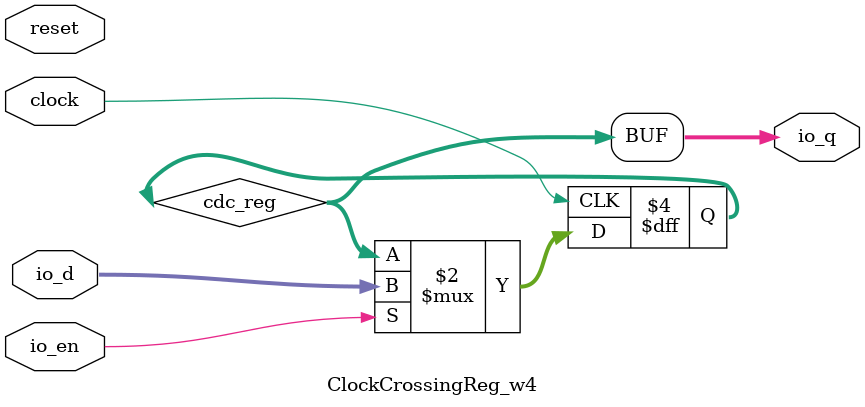
<source format=v>
module ClockCrossingReg_w4(
  input        clock,
  input        reset,
  input  [3:0] io_d,
  output [3:0] io_q,
  input        io_en
);
`ifdef RANDOMIZE_REG_INIT
  reg [31:0] _RAND_0;
`endif // RANDOMIZE_REG_INIT
  reg [3:0] cdc_reg; // @[Reg.scala 15:16]
  assign io_q = cdc_reg; // @[SynchronizerReg.scala 202:8]
  always @(posedge clock) begin
    if (io_en) begin // @[Reg.scala 16:19]
      cdc_reg <= io_d; // @[Reg.scala 16:23]
    end
  end
// Register and memory initialization
`ifdef RANDOMIZE_GARBAGE_ASSIGN
`define RANDOMIZE
`endif
`ifdef RANDOMIZE_INVALID_ASSIGN
`define RANDOMIZE
`endif
`ifdef RANDOMIZE_REG_INIT
`define RANDOMIZE
`endif
`ifdef RANDOMIZE_MEM_INIT
`define RANDOMIZE
`endif
`ifndef RANDOM
`define RANDOM $random
`endif
`ifdef RANDOMIZE_MEM_INIT
  integer initvar;
`endif
`ifndef SYNTHESIS
`ifdef FIRRTL_BEFORE_INITIAL
`FIRRTL_BEFORE_INITIAL
`endif
initial begin
  `ifdef RANDOMIZE
    `ifdef INIT_RANDOM
      `INIT_RANDOM
    `endif
    `ifndef VERILATOR
      `ifdef RANDOMIZE_DELAY
        #`RANDOMIZE_DELAY begin end
      `else
        #0.002 begin end
      `endif
    `endif
`ifdef RANDOMIZE_REG_INIT
  _RAND_0 = {1{`RANDOM}};
  cdc_reg = _RAND_0[3:0];
`endif // RANDOMIZE_REG_INIT
  `endif // RANDOMIZE
end // initial
`ifdef FIRRTL_AFTER_INITIAL
`FIRRTL_AFTER_INITIAL
`endif
`endif // SYNTHESIS
endmodule

</source>
